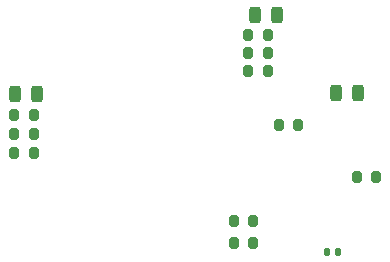
<source format=gbp>
%TF.GenerationSoftware,KiCad,Pcbnew,7.0.8*%
%TF.CreationDate,2023-10-10T13:20:09+03:00*%
%TF.ProjectId,ltp_kikad,6c74705f-6b69-46b6-9164-2e6b69636164,rev?*%
%TF.SameCoordinates,Original*%
%TF.FileFunction,Paste,Bot*%
%TF.FilePolarity,Positive*%
%FSLAX46Y46*%
G04 Gerber Fmt 4.6, Leading zero omitted, Abs format (unit mm)*
G04 Created by KiCad (PCBNEW 7.0.8) date 2023-10-10 13:20:09*
%MOMM*%
%LPD*%
G01*
G04 APERTURE LIST*
G04 Aperture macros list*
%AMRoundRect*
0 Rectangle with rounded corners*
0 $1 Rounding radius*
0 $2 $3 $4 $5 $6 $7 $8 $9 X,Y pos of 4 corners*
0 Add a 4 corners polygon primitive as box body*
4,1,4,$2,$3,$4,$5,$6,$7,$8,$9,$2,$3,0*
0 Add four circle primitives for the rounded corners*
1,1,$1+$1,$2,$3*
1,1,$1+$1,$4,$5*
1,1,$1+$1,$6,$7*
1,1,$1+$1,$8,$9*
0 Add four rect primitives between the rounded corners*
20,1,$1+$1,$2,$3,$4,$5,0*
20,1,$1+$1,$4,$5,$6,$7,0*
20,1,$1+$1,$6,$7,$8,$9,0*
20,1,$1+$1,$8,$9,$2,$3,0*%
G04 Aperture macros list end*
%ADD10RoundRect,0.243750X-0.243750X-0.456250X0.243750X-0.456250X0.243750X0.456250X-0.243750X0.456250X0*%
%ADD11RoundRect,0.200000X-0.200000X-0.275000X0.200000X-0.275000X0.200000X0.275000X-0.200000X0.275000X0*%
%ADD12RoundRect,0.140000X-0.140000X-0.170000X0.140000X-0.170000X0.140000X0.170000X-0.140000X0.170000X0*%
%ADD13RoundRect,0.243750X0.243750X0.456250X-0.243750X0.456250X-0.243750X-0.456250X0.243750X-0.456250X0*%
G04 APERTURE END LIST*
D10*
%TO.C,D1*%
X152987000Y-87500000D03*
X154862000Y-87500000D03*
%TD*%
%TO.C,D2*%
X159849500Y-94100000D03*
X161724500Y-94100000D03*
%TD*%
D11*
%TO.C,R13*%
X132562000Y-99200000D03*
X134212000Y-99200000D03*
%TD*%
%TO.C,R12*%
X152412000Y-92250000D03*
X154062000Y-92250000D03*
%TD*%
%TO.C,R14*%
X132562000Y-97600000D03*
X134212000Y-97600000D03*
%TD*%
%TO.C,R9*%
X151155000Y-105000000D03*
X152805000Y-105000000D03*
%TD*%
%TO.C,R15*%
X132562000Y-96000000D03*
X134212000Y-96000000D03*
%TD*%
%TO.C,R11*%
X152412000Y-90750000D03*
X154062000Y-90750000D03*
%TD*%
%TO.C,R7*%
X151162000Y-106800000D03*
X152812000Y-106800000D03*
%TD*%
D12*
%TO.C,C12*%
X159027000Y-107600000D03*
X159987000Y-107600000D03*
%TD*%
D11*
%TO.C,R2*%
X152412000Y-89250000D03*
X154062000Y-89250000D03*
%TD*%
%TO.C,R8*%
X154962000Y-96800000D03*
X156612000Y-96800000D03*
%TD*%
D13*
%TO.C,D4*%
X134524500Y-94200000D03*
X132649500Y-94200000D03*
%TD*%
D11*
%TO.C,R6*%
X161562000Y-101200000D03*
X163212000Y-101200000D03*
%TD*%
M02*

</source>
